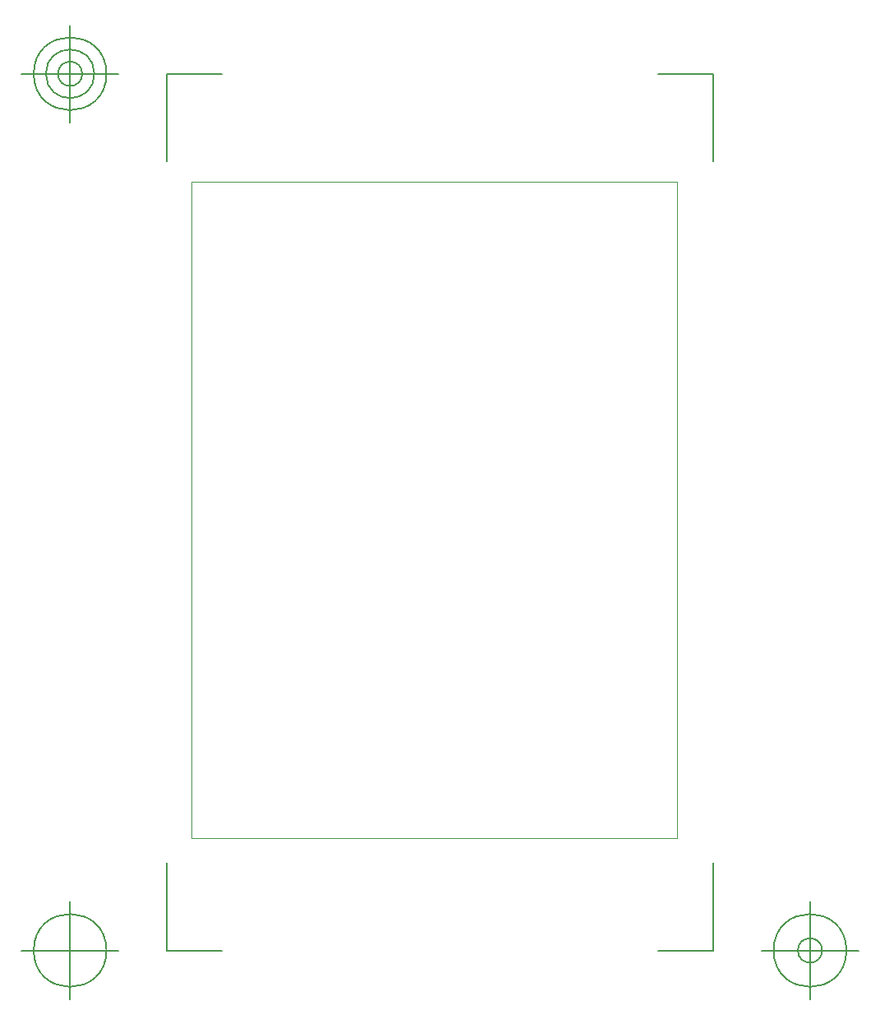
<source format=gbr>
G04 Generated by Ultiboard 11.0 *
%FSLAX25Y25*%
%MOMM*%

%ADD10C,0.00100*%
%ADD11C,0.12700*%


G04 ColorRGB 00FFFF for the following layer *
%LNBoard Outline*%
%LPD*%
%FSLAX25Y25*%
%MOMM*%
G54D10*
X2336800Y-685800D02*
X7340600Y-685800D01*
X7340600Y-685800D02*
X7340600Y6070600D01*
X7340600Y6070600D02*
X2336800Y6070600D01*
X2336800Y6070600D02*
X2336800Y-685800D01*
X2336800Y-685800D02*
X7340600Y-685800D01*
X7340600Y-685800D02*
X7340600Y6070600D01*
X7340600Y6070600D02*
X2336800Y6070600D01*
X2336800Y6070600D02*
X2336800Y-685800D01*
G54D11*
X2088974Y-1842491D02*
X2088974Y-940068D01*
X2088974Y-1842491D02*
X2651397Y-1842491D01*
X7713204Y-1842491D02*
X7150781Y-1842491D01*
X7713204Y-1842491D02*
X7713204Y-940068D01*
X7713204Y7181739D02*
X7713204Y6279316D01*
X7713204Y7181739D02*
X7150781Y7181739D01*
X2088974Y7181739D02*
X2651397Y7181739D01*
X2088974Y7181739D02*
X2088974Y6279316D01*
X1588974Y-1842491D02*
X588974Y-1842491D01*
X1088974Y-2342491D02*
X1088974Y-1342491D01*
X713974Y-1842491D02*
G75*
D01*
G02X713974Y-1842491I375000J0*
G01*
X8213204Y-1842491D02*
X9213204Y-1842491D01*
X8713204Y-2342491D02*
X8713204Y-1342491D01*
X8338204Y-1842491D02*
G75*
D01*
G02X8338204Y-1842491I375000J0*
G01*
X8588204Y-1842491D02*
G75*
D01*
G02X8588204Y-1842491I125000J0*
G01*
X1588974Y7181739D02*
X588974Y7181739D01*
X1088974Y6681739D02*
X1088974Y7681739D01*
X713974Y7181739D02*
G75*
D01*
G02X713974Y7181739I375000J0*
G01*
X838974Y7181739D02*
G75*
D01*
G02X838974Y7181739I250000J0*
G01*
X963974Y7181739D02*
G75*
D01*
G02X963974Y7181739I125000J0*
G01*
X2088974Y-1842491D02*
X2088974Y-940068D01*
X2088974Y-1842491D02*
X2651397Y-1842491D01*
X7713204Y-1842491D02*
X7150781Y-1842491D01*
X7713204Y-1842491D02*
X7713204Y-940068D01*
X7713204Y7181739D02*
X7713204Y6279316D01*
X7713204Y7181739D02*
X7150781Y7181739D01*
X2088974Y7181739D02*
X2651397Y7181739D01*
X2088974Y7181739D02*
X2088974Y6279316D01*
X1588974Y-1842491D02*
X588974Y-1842491D01*
X1088974Y-2342491D02*
X1088974Y-1342491D01*
X713974Y-1842491D02*
G75*
D01*
G02X713974Y-1842491I375000J0*
G01*
X8213204Y-1842491D02*
X9213204Y-1842491D01*
X8713204Y-2342491D02*
X8713204Y-1342491D01*
X8338204Y-1842491D02*
G75*
D01*
G02X8338204Y-1842491I375000J0*
G01*
X8588204Y-1842491D02*
G75*
D01*
G02X8588204Y-1842491I125000J0*
G01*
X1588974Y7181739D02*
X588974Y7181739D01*
X1088974Y6681739D02*
X1088974Y7681739D01*
X713974Y7181739D02*
G75*
D01*
G02X713974Y7181739I375000J0*
G01*
X838974Y7181739D02*
G75*
D01*
G02X838974Y7181739I250000J0*
G01*
X963974Y7181739D02*
G75*
D01*
G02X963974Y7181739I125000J0*
G01*

M00*

</source>
